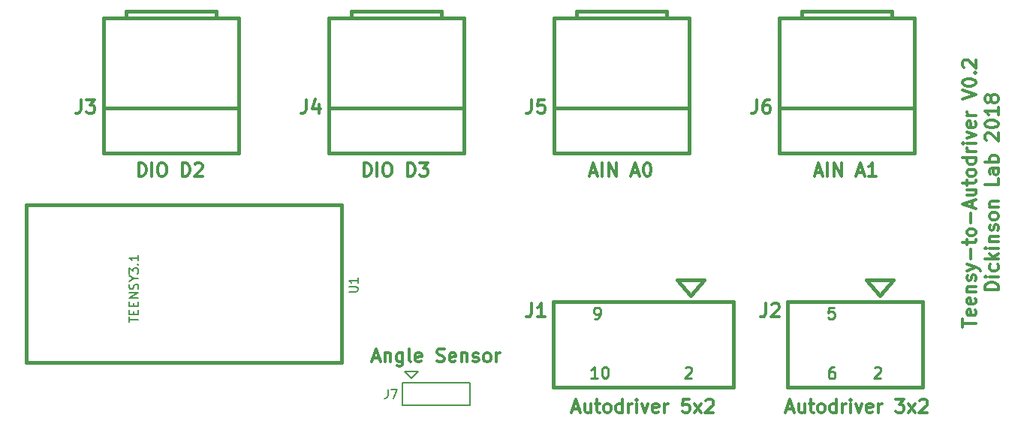
<source format=gbr>
G04 #@! TF.FileFunction,Legend,Top*
%FSLAX46Y46*%
G04 Gerber Fmt 4.6, Leading zero omitted, Abs format (unit mm)*
G04 Created by KiCad (PCBNEW 4.0.7-e2-6376~58~ubuntu16.04.1) date Wed Jan 17 11:07:31 2018*
%MOMM*%
%LPD*%
G01*
G04 APERTURE LIST*
%ADD10C,0.100000*%
%ADD11C,0.300000*%
%ADD12C,0.200000*%
%ADD13C,0.381000*%
%ADD14C,0.203200*%
%ADD15C,0.304800*%
%ADD16C,0.254000*%
%ADD17C,0.150000*%
G04 APERTURE END LIST*
D10*
D11*
X92714858Y-94230000D02*
X93429144Y-94230000D01*
X92572001Y-94658571D02*
X93072001Y-93158571D01*
X93572001Y-94658571D01*
X94072001Y-93658571D02*
X94072001Y-94658571D01*
X94072001Y-93801429D02*
X94143429Y-93730000D01*
X94286287Y-93658571D01*
X94500572Y-93658571D01*
X94643429Y-93730000D01*
X94714858Y-93872857D01*
X94714858Y-94658571D01*
X96072001Y-93658571D02*
X96072001Y-94872857D01*
X96000572Y-95015714D01*
X95929144Y-95087143D01*
X95786287Y-95158571D01*
X95572001Y-95158571D01*
X95429144Y-95087143D01*
X96072001Y-94587143D02*
X95929144Y-94658571D01*
X95643430Y-94658571D01*
X95500572Y-94587143D01*
X95429144Y-94515714D01*
X95357715Y-94372857D01*
X95357715Y-93944286D01*
X95429144Y-93801429D01*
X95500572Y-93730000D01*
X95643430Y-93658571D01*
X95929144Y-93658571D01*
X96072001Y-93730000D01*
X97000573Y-94658571D02*
X96857715Y-94587143D01*
X96786287Y-94444286D01*
X96786287Y-93158571D01*
X98143429Y-94587143D02*
X98000572Y-94658571D01*
X97714858Y-94658571D01*
X97572001Y-94587143D01*
X97500572Y-94444286D01*
X97500572Y-93872857D01*
X97572001Y-93730000D01*
X97714858Y-93658571D01*
X98000572Y-93658571D01*
X98143429Y-93730000D01*
X98214858Y-93872857D01*
X98214858Y-94015714D01*
X97500572Y-94158571D01*
X99929143Y-94587143D02*
X100143429Y-94658571D01*
X100500572Y-94658571D01*
X100643429Y-94587143D01*
X100714858Y-94515714D01*
X100786286Y-94372857D01*
X100786286Y-94230000D01*
X100714858Y-94087143D01*
X100643429Y-94015714D01*
X100500572Y-93944286D01*
X100214858Y-93872857D01*
X100072000Y-93801429D01*
X100000572Y-93730000D01*
X99929143Y-93587143D01*
X99929143Y-93444286D01*
X100000572Y-93301429D01*
X100072000Y-93230000D01*
X100214858Y-93158571D01*
X100572000Y-93158571D01*
X100786286Y-93230000D01*
X102000571Y-94587143D02*
X101857714Y-94658571D01*
X101572000Y-94658571D01*
X101429143Y-94587143D01*
X101357714Y-94444286D01*
X101357714Y-93872857D01*
X101429143Y-93730000D01*
X101572000Y-93658571D01*
X101857714Y-93658571D01*
X102000571Y-93730000D01*
X102072000Y-93872857D01*
X102072000Y-94015714D01*
X101357714Y-94158571D01*
X102714857Y-93658571D02*
X102714857Y-94658571D01*
X102714857Y-93801429D02*
X102786285Y-93730000D01*
X102929143Y-93658571D01*
X103143428Y-93658571D01*
X103286285Y-93730000D01*
X103357714Y-93872857D01*
X103357714Y-94658571D01*
X104000571Y-94587143D02*
X104143428Y-94658571D01*
X104429143Y-94658571D01*
X104572000Y-94587143D01*
X104643428Y-94444286D01*
X104643428Y-94372857D01*
X104572000Y-94230000D01*
X104429143Y-94158571D01*
X104214857Y-94158571D01*
X104072000Y-94087143D01*
X104000571Y-93944286D01*
X104000571Y-93872857D01*
X104072000Y-93730000D01*
X104214857Y-93658571D01*
X104429143Y-93658571D01*
X104572000Y-93730000D01*
X105500572Y-94658571D02*
X105357714Y-94587143D01*
X105286286Y-94515714D01*
X105214857Y-94372857D01*
X105214857Y-93944286D01*
X105286286Y-93801429D01*
X105357714Y-93730000D01*
X105500572Y-93658571D01*
X105714857Y-93658571D01*
X105857714Y-93730000D01*
X105929143Y-93801429D01*
X106000572Y-93944286D01*
X106000572Y-94372857D01*
X105929143Y-94515714D01*
X105857714Y-94587143D01*
X105714857Y-94658571D01*
X105500572Y-94658571D01*
X106643429Y-94658571D02*
X106643429Y-93658571D01*
X106643429Y-93944286D02*
X106714857Y-93801429D01*
X106786286Y-93730000D01*
X106929143Y-93658571D01*
X107072000Y-93658571D01*
D12*
X97790000Y-95758000D02*
X96266000Y-95758000D01*
X97028000Y-96520000D02*
X97790000Y-95758000D01*
X97028000Y-96520000D02*
X96266000Y-95758000D01*
D11*
X142621429Y-73275000D02*
X143335715Y-73275000D01*
X142478572Y-73703571D02*
X142978572Y-72203571D01*
X143478572Y-73703571D01*
X143978572Y-73703571D02*
X143978572Y-72203571D01*
X144692858Y-73703571D02*
X144692858Y-72203571D01*
X145550001Y-73703571D01*
X145550001Y-72203571D01*
X147335715Y-73275000D02*
X148050001Y-73275000D01*
X147192858Y-73703571D02*
X147692858Y-72203571D01*
X148192858Y-73703571D01*
X149478572Y-73703571D02*
X148621429Y-73703571D01*
X149050001Y-73703571D02*
X149050001Y-72203571D01*
X148907144Y-72417857D01*
X148764286Y-72560714D01*
X148621429Y-72632143D01*
X117221429Y-73275000D02*
X117935715Y-73275000D01*
X117078572Y-73703571D02*
X117578572Y-72203571D01*
X118078572Y-73703571D01*
X118578572Y-73703571D02*
X118578572Y-72203571D01*
X119292858Y-73703571D02*
X119292858Y-72203571D01*
X120150001Y-73703571D01*
X120150001Y-72203571D01*
X121935715Y-73275000D02*
X122650001Y-73275000D01*
X121792858Y-73703571D02*
X122292858Y-72203571D01*
X122792858Y-73703571D01*
X123578572Y-72203571D02*
X123721429Y-72203571D01*
X123864286Y-72275000D01*
X123935715Y-72346429D01*
X124007144Y-72489286D01*
X124078572Y-72775000D01*
X124078572Y-73132143D01*
X124007144Y-73417857D01*
X123935715Y-73560714D01*
X123864286Y-73632143D01*
X123721429Y-73703571D01*
X123578572Y-73703571D01*
X123435715Y-73632143D01*
X123364286Y-73560714D01*
X123292858Y-73417857D01*
X123221429Y-73132143D01*
X123221429Y-72775000D01*
X123292858Y-72489286D01*
X123364286Y-72346429D01*
X123435715Y-72275000D01*
X123578572Y-72203571D01*
X91678572Y-73703571D02*
X91678572Y-72203571D01*
X92035715Y-72203571D01*
X92250000Y-72275000D01*
X92392858Y-72417857D01*
X92464286Y-72560714D01*
X92535715Y-72846429D01*
X92535715Y-73060714D01*
X92464286Y-73346429D01*
X92392858Y-73489286D01*
X92250000Y-73632143D01*
X92035715Y-73703571D01*
X91678572Y-73703571D01*
X93178572Y-73703571D02*
X93178572Y-72203571D01*
X94178572Y-72203571D02*
X94464286Y-72203571D01*
X94607144Y-72275000D01*
X94750001Y-72417857D01*
X94821429Y-72703571D01*
X94821429Y-73203571D01*
X94750001Y-73489286D01*
X94607144Y-73632143D01*
X94464286Y-73703571D01*
X94178572Y-73703571D01*
X94035715Y-73632143D01*
X93892858Y-73489286D01*
X93821429Y-73203571D01*
X93821429Y-72703571D01*
X93892858Y-72417857D01*
X94035715Y-72275000D01*
X94178572Y-72203571D01*
X96607144Y-73703571D02*
X96607144Y-72203571D01*
X96964287Y-72203571D01*
X97178572Y-72275000D01*
X97321430Y-72417857D01*
X97392858Y-72560714D01*
X97464287Y-72846429D01*
X97464287Y-73060714D01*
X97392858Y-73346429D01*
X97321430Y-73489286D01*
X97178572Y-73632143D01*
X96964287Y-73703571D01*
X96607144Y-73703571D01*
X97964287Y-72203571D02*
X98892858Y-72203571D01*
X98392858Y-72775000D01*
X98607144Y-72775000D01*
X98750001Y-72846429D01*
X98821430Y-72917857D01*
X98892858Y-73060714D01*
X98892858Y-73417857D01*
X98821430Y-73560714D01*
X98750001Y-73632143D01*
X98607144Y-73703571D01*
X98178572Y-73703571D01*
X98035715Y-73632143D01*
X97964287Y-73560714D01*
X66278572Y-73703571D02*
X66278572Y-72203571D01*
X66635715Y-72203571D01*
X66850000Y-72275000D01*
X66992858Y-72417857D01*
X67064286Y-72560714D01*
X67135715Y-72846429D01*
X67135715Y-73060714D01*
X67064286Y-73346429D01*
X66992858Y-73489286D01*
X66850000Y-73632143D01*
X66635715Y-73703571D01*
X66278572Y-73703571D01*
X67778572Y-73703571D02*
X67778572Y-72203571D01*
X68778572Y-72203571D02*
X69064286Y-72203571D01*
X69207144Y-72275000D01*
X69350001Y-72417857D01*
X69421429Y-72703571D01*
X69421429Y-73203571D01*
X69350001Y-73489286D01*
X69207144Y-73632143D01*
X69064286Y-73703571D01*
X68778572Y-73703571D01*
X68635715Y-73632143D01*
X68492858Y-73489286D01*
X68421429Y-73203571D01*
X68421429Y-72703571D01*
X68492858Y-72417857D01*
X68635715Y-72275000D01*
X68778572Y-72203571D01*
X71207144Y-73703571D02*
X71207144Y-72203571D01*
X71564287Y-72203571D01*
X71778572Y-72275000D01*
X71921430Y-72417857D01*
X71992858Y-72560714D01*
X72064287Y-72846429D01*
X72064287Y-73060714D01*
X71992858Y-73346429D01*
X71921430Y-73489286D01*
X71778572Y-73632143D01*
X71564287Y-73703571D01*
X71207144Y-73703571D01*
X72635715Y-72346429D02*
X72707144Y-72275000D01*
X72850001Y-72203571D01*
X73207144Y-72203571D01*
X73350001Y-72275000D01*
X73421430Y-72346429D01*
X73492858Y-72489286D01*
X73492858Y-72632143D01*
X73421430Y-72846429D01*
X72564287Y-73703571D01*
X73492858Y-73703571D01*
X139391429Y-99945000D02*
X140105715Y-99945000D01*
X139248572Y-100373571D02*
X139748572Y-98873571D01*
X140248572Y-100373571D01*
X141391429Y-99373571D02*
X141391429Y-100373571D01*
X140748572Y-99373571D02*
X140748572Y-100159286D01*
X140820000Y-100302143D01*
X140962858Y-100373571D01*
X141177143Y-100373571D01*
X141320000Y-100302143D01*
X141391429Y-100230714D01*
X141891429Y-99373571D02*
X142462858Y-99373571D01*
X142105715Y-98873571D02*
X142105715Y-100159286D01*
X142177143Y-100302143D01*
X142320001Y-100373571D01*
X142462858Y-100373571D01*
X143177144Y-100373571D02*
X143034286Y-100302143D01*
X142962858Y-100230714D01*
X142891429Y-100087857D01*
X142891429Y-99659286D01*
X142962858Y-99516429D01*
X143034286Y-99445000D01*
X143177144Y-99373571D01*
X143391429Y-99373571D01*
X143534286Y-99445000D01*
X143605715Y-99516429D01*
X143677144Y-99659286D01*
X143677144Y-100087857D01*
X143605715Y-100230714D01*
X143534286Y-100302143D01*
X143391429Y-100373571D01*
X143177144Y-100373571D01*
X144962858Y-100373571D02*
X144962858Y-98873571D01*
X144962858Y-100302143D02*
X144820001Y-100373571D01*
X144534287Y-100373571D01*
X144391429Y-100302143D01*
X144320001Y-100230714D01*
X144248572Y-100087857D01*
X144248572Y-99659286D01*
X144320001Y-99516429D01*
X144391429Y-99445000D01*
X144534287Y-99373571D01*
X144820001Y-99373571D01*
X144962858Y-99445000D01*
X145677144Y-100373571D02*
X145677144Y-99373571D01*
X145677144Y-99659286D02*
X145748572Y-99516429D01*
X145820001Y-99445000D01*
X145962858Y-99373571D01*
X146105715Y-99373571D01*
X146605715Y-100373571D02*
X146605715Y-99373571D01*
X146605715Y-98873571D02*
X146534286Y-98945000D01*
X146605715Y-99016429D01*
X146677143Y-98945000D01*
X146605715Y-98873571D01*
X146605715Y-99016429D01*
X147177144Y-99373571D02*
X147534287Y-100373571D01*
X147891429Y-99373571D01*
X149034286Y-100302143D02*
X148891429Y-100373571D01*
X148605715Y-100373571D01*
X148462858Y-100302143D01*
X148391429Y-100159286D01*
X148391429Y-99587857D01*
X148462858Y-99445000D01*
X148605715Y-99373571D01*
X148891429Y-99373571D01*
X149034286Y-99445000D01*
X149105715Y-99587857D01*
X149105715Y-99730714D01*
X148391429Y-99873571D01*
X149748572Y-100373571D02*
X149748572Y-99373571D01*
X149748572Y-99659286D02*
X149820000Y-99516429D01*
X149891429Y-99445000D01*
X150034286Y-99373571D01*
X150177143Y-99373571D01*
X151677143Y-98873571D02*
X152605714Y-98873571D01*
X152105714Y-99445000D01*
X152320000Y-99445000D01*
X152462857Y-99516429D01*
X152534286Y-99587857D01*
X152605714Y-99730714D01*
X152605714Y-100087857D01*
X152534286Y-100230714D01*
X152462857Y-100302143D01*
X152320000Y-100373571D01*
X151891428Y-100373571D01*
X151748571Y-100302143D01*
X151677143Y-100230714D01*
X153105714Y-100373571D02*
X153891428Y-99373571D01*
X153105714Y-99373571D02*
X153891428Y-100373571D01*
X154391428Y-99016429D02*
X154462857Y-98945000D01*
X154605714Y-98873571D01*
X154962857Y-98873571D01*
X155105714Y-98945000D01*
X155177143Y-99016429D01*
X155248571Y-99159286D01*
X155248571Y-99302143D01*
X155177143Y-99516429D01*
X154320000Y-100373571D01*
X155248571Y-100373571D01*
X115261429Y-99945000D02*
X115975715Y-99945000D01*
X115118572Y-100373571D02*
X115618572Y-98873571D01*
X116118572Y-100373571D01*
X117261429Y-99373571D02*
X117261429Y-100373571D01*
X116618572Y-99373571D02*
X116618572Y-100159286D01*
X116690000Y-100302143D01*
X116832858Y-100373571D01*
X117047143Y-100373571D01*
X117190000Y-100302143D01*
X117261429Y-100230714D01*
X117761429Y-99373571D02*
X118332858Y-99373571D01*
X117975715Y-98873571D02*
X117975715Y-100159286D01*
X118047143Y-100302143D01*
X118190001Y-100373571D01*
X118332858Y-100373571D01*
X119047144Y-100373571D02*
X118904286Y-100302143D01*
X118832858Y-100230714D01*
X118761429Y-100087857D01*
X118761429Y-99659286D01*
X118832858Y-99516429D01*
X118904286Y-99445000D01*
X119047144Y-99373571D01*
X119261429Y-99373571D01*
X119404286Y-99445000D01*
X119475715Y-99516429D01*
X119547144Y-99659286D01*
X119547144Y-100087857D01*
X119475715Y-100230714D01*
X119404286Y-100302143D01*
X119261429Y-100373571D01*
X119047144Y-100373571D01*
X120832858Y-100373571D02*
X120832858Y-98873571D01*
X120832858Y-100302143D02*
X120690001Y-100373571D01*
X120404287Y-100373571D01*
X120261429Y-100302143D01*
X120190001Y-100230714D01*
X120118572Y-100087857D01*
X120118572Y-99659286D01*
X120190001Y-99516429D01*
X120261429Y-99445000D01*
X120404287Y-99373571D01*
X120690001Y-99373571D01*
X120832858Y-99445000D01*
X121547144Y-100373571D02*
X121547144Y-99373571D01*
X121547144Y-99659286D02*
X121618572Y-99516429D01*
X121690001Y-99445000D01*
X121832858Y-99373571D01*
X121975715Y-99373571D01*
X122475715Y-100373571D02*
X122475715Y-99373571D01*
X122475715Y-98873571D02*
X122404286Y-98945000D01*
X122475715Y-99016429D01*
X122547143Y-98945000D01*
X122475715Y-98873571D01*
X122475715Y-99016429D01*
X123047144Y-99373571D02*
X123404287Y-100373571D01*
X123761429Y-99373571D01*
X124904286Y-100302143D02*
X124761429Y-100373571D01*
X124475715Y-100373571D01*
X124332858Y-100302143D01*
X124261429Y-100159286D01*
X124261429Y-99587857D01*
X124332858Y-99445000D01*
X124475715Y-99373571D01*
X124761429Y-99373571D01*
X124904286Y-99445000D01*
X124975715Y-99587857D01*
X124975715Y-99730714D01*
X124261429Y-99873571D01*
X125618572Y-100373571D02*
X125618572Y-99373571D01*
X125618572Y-99659286D02*
X125690000Y-99516429D01*
X125761429Y-99445000D01*
X125904286Y-99373571D01*
X126047143Y-99373571D01*
X128404286Y-98873571D02*
X127690000Y-98873571D01*
X127618571Y-99587857D01*
X127690000Y-99516429D01*
X127832857Y-99445000D01*
X128190000Y-99445000D01*
X128332857Y-99516429D01*
X128404286Y-99587857D01*
X128475714Y-99730714D01*
X128475714Y-100087857D01*
X128404286Y-100230714D01*
X128332857Y-100302143D01*
X128190000Y-100373571D01*
X127832857Y-100373571D01*
X127690000Y-100302143D01*
X127618571Y-100230714D01*
X128975714Y-100373571D02*
X129761428Y-99373571D01*
X128975714Y-99373571D02*
X129761428Y-100373571D01*
X130261428Y-99016429D02*
X130332857Y-98945000D01*
X130475714Y-98873571D01*
X130832857Y-98873571D01*
X130975714Y-98945000D01*
X131047143Y-99016429D01*
X131118571Y-99159286D01*
X131118571Y-99302143D01*
X131047143Y-99516429D01*
X130190000Y-100373571D01*
X131118571Y-100373571D01*
X159193571Y-90707856D02*
X159193571Y-89850713D01*
X160693571Y-90279284D02*
X159193571Y-90279284D01*
X160622143Y-88779285D02*
X160693571Y-88922142D01*
X160693571Y-89207856D01*
X160622143Y-89350713D01*
X160479286Y-89422142D01*
X159907857Y-89422142D01*
X159765000Y-89350713D01*
X159693571Y-89207856D01*
X159693571Y-88922142D01*
X159765000Y-88779285D01*
X159907857Y-88707856D01*
X160050714Y-88707856D01*
X160193571Y-89422142D01*
X160622143Y-87493571D02*
X160693571Y-87636428D01*
X160693571Y-87922142D01*
X160622143Y-88064999D01*
X160479286Y-88136428D01*
X159907857Y-88136428D01*
X159765000Y-88064999D01*
X159693571Y-87922142D01*
X159693571Y-87636428D01*
X159765000Y-87493571D01*
X159907857Y-87422142D01*
X160050714Y-87422142D01*
X160193571Y-88136428D01*
X159693571Y-86779285D02*
X160693571Y-86779285D01*
X159836429Y-86779285D02*
X159765000Y-86707857D01*
X159693571Y-86564999D01*
X159693571Y-86350714D01*
X159765000Y-86207857D01*
X159907857Y-86136428D01*
X160693571Y-86136428D01*
X160622143Y-85493571D02*
X160693571Y-85350714D01*
X160693571Y-85064999D01*
X160622143Y-84922142D01*
X160479286Y-84850714D01*
X160407857Y-84850714D01*
X160265000Y-84922142D01*
X160193571Y-85064999D01*
X160193571Y-85279285D01*
X160122143Y-85422142D01*
X159979286Y-85493571D01*
X159907857Y-85493571D01*
X159765000Y-85422142D01*
X159693571Y-85279285D01*
X159693571Y-85064999D01*
X159765000Y-84922142D01*
X159693571Y-84350713D02*
X160693571Y-83993570D01*
X159693571Y-83636428D02*
X160693571Y-83993570D01*
X161050714Y-84136428D01*
X161122143Y-84207856D01*
X161193571Y-84350713D01*
X160122143Y-83064999D02*
X160122143Y-81922142D01*
X159693571Y-81422142D02*
X159693571Y-80850713D01*
X159193571Y-81207856D02*
X160479286Y-81207856D01*
X160622143Y-81136428D01*
X160693571Y-80993570D01*
X160693571Y-80850713D01*
X160693571Y-80136427D02*
X160622143Y-80279285D01*
X160550714Y-80350713D01*
X160407857Y-80422142D01*
X159979286Y-80422142D01*
X159836429Y-80350713D01*
X159765000Y-80279285D01*
X159693571Y-80136427D01*
X159693571Y-79922142D01*
X159765000Y-79779285D01*
X159836429Y-79707856D01*
X159979286Y-79636427D01*
X160407857Y-79636427D01*
X160550714Y-79707856D01*
X160622143Y-79779285D01*
X160693571Y-79922142D01*
X160693571Y-80136427D01*
X160122143Y-78993570D02*
X160122143Y-77850713D01*
X160265000Y-77207856D02*
X160265000Y-76493570D01*
X160693571Y-77350713D02*
X159193571Y-76850713D01*
X160693571Y-76350713D01*
X159693571Y-75207856D02*
X160693571Y-75207856D01*
X159693571Y-75850713D02*
X160479286Y-75850713D01*
X160622143Y-75779285D01*
X160693571Y-75636427D01*
X160693571Y-75422142D01*
X160622143Y-75279285D01*
X160550714Y-75207856D01*
X159693571Y-74707856D02*
X159693571Y-74136427D01*
X159193571Y-74493570D02*
X160479286Y-74493570D01*
X160622143Y-74422142D01*
X160693571Y-74279284D01*
X160693571Y-74136427D01*
X160693571Y-73422141D02*
X160622143Y-73564999D01*
X160550714Y-73636427D01*
X160407857Y-73707856D01*
X159979286Y-73707856D01*
X159836429Y-73636427D01*
X159765000Y-73564999D01*
X159693571Y-73422141D01*
X159693571Y-73207856D01*
X159765000Y-73064999D01*
X159836429Y-72993570D01*
X159979286Y-72922141D01*
X160407857Y-72922141D01*
X160550714Y-72993570D01*
X160622143Y-73064999D01*
X160693571Y-73207856D01*
X160693571Y-73422141D01*
X160693571Y-71636427D02*
X159193571Y-71636427D01*
X160622143Y-71636427D02*
X160693571Y-71779284D01*
X160693571Y-72064998D01*
X160622143Y-72207856D01*
X160550714Y-72279284D01*
X160407857Y-72350713D01*
X159979286Y-72350713D01*
X159836429Y-72279284D01*
X159765000Y-72207856D01*
X159693571Y-72064998D01*
X159693571Y-71779284D01*
X159765000Y-71636427D01*
X160693571Y-70922141D02*
X159693571Y-70922141D01*
X159979286Y-70922141D02*
X159836429Y-70850713D01*
X159765000Y-70779284D01*
X159693571Y-70636427D01*
X159693571Y-70493570D01*
X160693571Y-69993570D02*
X159693571Y-69993570D01*
X159193571Y-69993570D02*
X159265000Y-70064999D01*
X159336429Y-69993570D01*
X159265000Y-69922142D01*
X159193571Y-69993570D01*
X159336429Y-69993570D01*
X159693571Y-69422141D02*
X160693571Y-69064998D01*
X159693571Y-68707856D01*
X160622143Y-67564999D02*
X160693571Y-67707856D01*
X160693571Y-67993570D01*
X160622143Y-68136427D01*
X160479286Y-68207856D01*
X159907857Y-68207856D01*
X159765000Y-68136427D01*
X159693571Y-67993570D01*
X159693571Y-67707856D01*
X159765000Y-67564999D01*
X159907857Y-67493570D01*
X160050714Y-67493570D01*
X160193571Y-68207856D01*
X160693571Y-66850713D02*
X159693571Y-66850713D01*
X159979286Y-66850713D02*
X159836429Y-66779285D01*
X159765000Y-66707856D01*
X159693571Y-66564999D01*
X159693571Y-66422142D01*
X159193571Y-64993571D02*
X160693571Y-64493571D01*
X159193571Y-63993571D01*
X159193571Y-63207857D02*
X159193571Y-63065000D01*
X159265000Y-62922143D01*
X159336429Y-62850714D01*
X159479286Y-62779285D01*
X159765000Y-62707857D01*
X160122143Y-62707857D01*
X160407857Y-62779285D01*
X160550714Y-62850714D01*
X160622143Y-62922143D01*
X160693571Y-63065000D01*
X160693571Y-63207857D01*
X160622143Y-63350714D01*
X160550714Y-63422143D01*
X160407857Y-63493571D01*
X160122143Y-63565000D01*
X159765000Y-63565000D01*
X159479286Y-63493571D01*
X159336429Y-63422143D01*
X159265000Y-63350714D01*
X159193571Y-63207857D01*
X160550714Y-62065000D02*
X160622143Y-61993572D01*
X160693571Y-62065000D01*
X160622143Y-62136429D01*
X160550714Y-62065000D01*
X160693571Y-62065000D01*
X159336429Y-61422143D02*
X159265000Y-61350714D01*
X159193571Y-61207857D01*
X159193571Y-60850714D01*
X159265000Y-60707857D01*
X159336429Y-60636428D01*
X159479286Y-60565000D01*
X159622143Y-60565000D01*
X159836429Y-60636428D01*
X160693571Y-61493571D01*
X160693571Y-60565000D01*
X163243571Y-86529285D02*
X161743571Y-86529285D01*
X161743571Y-86172142D01*
X161815000Y-85957857D01*
X161957857Y-85814999D01*
X162100714Y-85743571D01*
X162386429Y-85672142D01*
X162600714Y-85672142D01*
X162886429Y-85743571D01*
X163029286Y-85814999D01*
X163172143Y-85957857D01*
X163243571Y-86172142D01*
X163243571Y-86529285D01*
X163243571Y-85029285D02*
X162243571Y-85029285D01*
X161743571Y-85029285D02*
X161815000Y-85100714D01*
X161886429Y-85029285D01*
X161815000Y-84957857D01*
X161743571Y-85029285D01*
X161886429Y-85029285D01*
X163172143Y-83672142D02*
X163243571Y-83814999D01*
X163243571Y-84100713D01*
X163172143Y-84243571D01*
X163100714Y-84314999D01*
X162957857Y-84386428D01*
X162529286Y-84386428D01*
X162386429Y-84314999D01*
X162315000Y-84243571D01*
X162243571Y-84100713D01*
X162243571Y-83814999D01*
X162315000Y-83672142D01*
X163243571Y-83029285D02*
X161743571Y-83029285D01*
X162672143Y-82886428D02*
X163243571Y-82457857D01*
X162243571Y-82457857D02*
X162815000Y-83029285D01*
X163243571Y-81814999D02*
X162243571Y-81814999D01*
X161743571Y-81814999D02*
X161815000Y-81886428D01*
X161886429Y-81814999D01*
X161815000Y-81743571D01*
X161743571Y-81814999D01*
X161886429Y-81814999D01*
X162243571Y-81100713D02*
X163243571Y-81100713D01*
X162386429Y-81100713D02*
X162315000Y-81029285D01*
X162243571Y-80886427D01*
X162243571Y-80672142D01*
X162315000Y-80529285D01*
X162457857Y-80457856D01*
X163243571Y-80457856D01*
X163172143Y-79814999D02*
X163243571Y-79672142D01*
X163243571Y-79386427D01*
X163172143Y-79243570D01*
X163029286Y-79172142D01*
X162957857Y-79172142D01*
X162815000Y-79243570D01*
X162743571Y-79386427D01*
X162743571Y-79600713D01*
X162672143Y-79743570D01*
X162529286Y-79814999D01*
X162457857Y-79814999D01*
X162315000Y-79743570D01*
X162243571Y-79600713D01*
X162243571Y-79386427D01*
X162315000Y-79243570D01*
X163243571Y-78314998D02*
X163172143Y-78457856D01*
X163100714Y-78529284D01*
X162957857Y-78600713D01*
X162529286Y-78600713D01*
X162386429Y-78529284D01*
X162315000Y-78457856D01*
X162243571Y-78314998D01*
X162243571Y-78100713D01*
X162315000Y-77957856D01*
X162386429Y-77886427D01*
X162529286Y-77814998D01*
X162957857Y-77814998D01*
X163100714Y-77886427D01*
X163172143Y-77957856D01*
X163243571Y-78100713D01*
X163243571Y-78314998D01*
X162243571Y-77172141D02*
X163243571Y-77172141D01*
X162386429Y-77172141D02*
X162315000Y-77100713D01*
X162243571Y-76957855D01*
X162243571Y-76743570D01*
X162315000Y-76600713D01*
X162457857Y-76529284D01*
X163243571Y-76529284D01*
X163243571Y-73957855D02*
X163243571Y-74672141D01*
X161743571Y-74672141D01*
X163243571Y-72814998D02*
X162457857Y-72814998D01*
X162315000Y-72886427D01*
X162243571Y-73029284D01*
X162243571Y-73314998D01*
X162315000Y-73457855D01*
X163172143Y-72814998D02*
X163243571Y-72957855D01*
X163243571Y-73314998D01*
X163172143Y-73457855D01*
X163029286Y-73529284D01*
X162886429Y-73529284D01*
X162743571Y-73457855D01*
X162672143Y-73314998D01*
X162672143Y-72957855D01*
X162600714Y-72814998D01*
X163243571Y-72100712D02*
X161743571Y-72100712D01*
X162315000Y-72100712D02*
X162243571Y-71957855D01*
X162243571Y-71672141D01*
X162315000Y-71529284D01*
X162386429Y-71457855D01*
X162529286Y-71386426D01*
X162957857Y-71386426D01*
X163100714Y-71457855D01*
X163172143Y-71529284D01*
X163243571Y-71672141D01*
X163243571Y-71957855D01*
X163172143Y-72100712D01*
X161886429Y-69672141D02*
X161815000Y-69600712D01*
X161743571Y-69457855D01*
X161743571Y-69100712D01*
X161815000Y-68957855D01*
X161886429Y-68886426D01*
X162029286Y-68814998D01*
X162172143Y-68814998D01*
X162386429Y-68886426D01*
X163243571Y-69743569D01*
X163243571Y-68814998D01*
X161743571Y-67886427D02*
X161743571Y-67743570D01*
X161815000Y-67600713D01*
X161886429Y-67529284D01*
X162029286Y-67457855D01*
X162315000Y-67386427D01*
X162672143Y-67386427D01*
X162957857Y-67457855D01*
X163100714Y-67529284D01*
X163172143Y-67600713D01*
X163243571Y-67743570D01*
X163243571Y-67886427D01*
X163172143Y-68029284D01*
X163100714Y-68100713D01*
X162957857Y-68172141D01*
X162672143Y-68243570D01*
X162315000Y-68243570D01*
X162029286Y-68172141D01*
X161886429Y-68100713D01*
X161815000Y-68029284D01*
X161743571Y-67886427D01*
X163243571Y-65957856D02*
X163243571Y-66814999D01*
X163243571Y-66386427D02*
X161743571Y-66386427D01*
X161957857Y-66529284D01*
X162100714Y-66672142D01*
X162172143Y-66814999D01*
X162386429Y-65100713D02*
X162315000Y-65243571D01*
X162243571Y-65314999D01*
X162100714Y-65386428D01*
X162029286Y-65386428D01*
X161886429Y-65314999D01*
X161815000Y-65243571D01*
X161743571Y-65100713D01*
X161743571Y-64814999D01*
X161815000Y-64672142D01*
X161886429Y-64600713D01*
X162029286Y-64529285D01*
X162100714Y-64529285D01*
X162243571Y-64600713D01*
X162315000Y-64672142D01*
X162386429Y-64814999D01*
X162386429Y-65100713D01*
X162457857Y-65243571D01*
X162529286Y-65314999D01*
X162672143Y-65386428D01*
X162957857Y-65386428D01*
X163100714Y-65314999D01*
X163172143Y-65243571D01*
X163243571Y-65100713D01*
X163243571Y-64814999D01*
X163172143Y-64672142D01*
X163100714Y-64600713D01*
X162957857Y-64529285D01*
X162672143Y-64529285D01*
X162529286Y-64600713D01*
X162457857Y-64672142D01*
X162386429Y-64814999D01*
D13*
X133350000Y-97536000D02*
X113030000Y-97536000D01*
X113030000Y-97536000D02*
X113030000Y-87884000D01*
X113030000Y-87884000D02*
X133350000Y-87884000D01*
X133350000Y-87884000D02*
X133350000Y-97536000D01*
X130091180Y-85410040D02*
X127088900Y-85410040D01*
X128554480Y-87221060D02*
X130078480Y-85443060D01*
X127030480Y-85445600D02*
X128554480Y-87223600D01*
X154686000Y-87884000D02*
X139446000Y-87884000D01*
X154686000Y-97536000D02*
X139446000Y-97536000D01*
X139446000Y-97536000D02*
X139446000Y-87884000D01*
X154686000Y-87884000D02*
X154686000Y-97536000D01*
X151427180Y-85410040D02*
X148424900Y-85410040D01*
X149890480Y-87221060D02*
X151414480Y-85443060D01*
X148366480Y-85445600D02*
X149890480Y-87223600D01*
X77597000Y-55880000D02*
X77597000Y-71120000D01*
X62357000Y-55880000D02*
X62357000Y-71120000D01*
X64897000Y-55880000D02*
X64897000Y-55118000D01*
X64897000Y-55118000D02*
X75057000Y-55118000D01*
X75057000Y-55118000D02*
X75057000Y-55880000D01*
X62357000Y-66040000D02*
X77597000Y-66040000D01*
X62357000Y-55880000D02*
X77597000Y-55880000D01*
X62357000Y-71120000D02*
X77597000Y-71120000D01*
X102997000Y-55880000D02*
X102997000Y-71120000D01*
X87757000Y-55880000D02*
X87757000Y-71120000D01*
X90297000Y-55880000D02*
X90297000Y-55118000D01*
X90297000Y-55118000D02*
X100457000Y-55118000D01*
X100457000Y-55118000D02*
X100457000Y-55880000D01*
X87757000Y-66040000D02*
X102997000Y-66040000D01*
X87757000Y-55880000D02*
X102997000Y-55880000D01*
X87757000Y-71120000D02*
X102997000Y-71120000D01*
X128397000Y-55880000D02*
X128397000Y-71120000D01*
X113157000Y-55880000D02*
X113157000Y-71120000D01*
X115697000Y-55880000D02*
X115697000Y-55118000D01*
X115697000Y-55118000D02*
X125857000Y-55118000D01*
X125857000Y-55118000D02*
X125857000Y-55880000D01*
X113157000Y-66040000D02*
X128397000Y-66040000D01*
X113157000Y-55880000D02*
X128397000Y-55880000D01*
X113157000Y-71120000D02*
X128397000Y-71120000D01*
X153797000Y-55880000D02*
X153797000Y-71120000D01*
X138557000Y-55880000D02*
X138557000Y-71120000D01*
X141097000Y-55880000D02*
X141097000Y-55118000D01*
X141097000Y-55118000D02*
X151257000Y-55118000D01*
X151257000Y-55118000D02*
X151257000Y-55880000D01*
X138557000Y-66040000D02*
X153797000Y-66040000D01*
X138557000Y-55880000D02*
X153797000Y-55880000D01*
X138557000Y-71120000D02*
X153797000Y-71120000D01*
X53594000Y-94742000D02*
X89154000Y-94742000D01*
X89154000Y-94742000D02*
X89154000Y-76962000D01*
X89154000Y-76962000D02*
X53594000Y-76962000D01*
X53594000Y-76962000D02*
X53594000Y-94742000D01*
D14*
X96012000Y-97028000D02*
X96012000Y-99568000D01*
X96012000Y-99568000D02*
X103632000Y-99568000D01*
X103632000Y-99568000D02*
X103632000Y-97028000D01*
X103632000Y-97028000D02*
X96012000Y-97028000D01*
D15*
X110617000Y-88065429D02*
X110617000Y-89154000D01*
X110544428Y-89371714D01*
X110399285Y-89516857D01*
X110181571Y-89589429D01*
X110036428Y-89589429D01*
X112141000Y-89589429D02*
X111270143Y-89589429D01*
X111705571Y-89589429D02*
X111705571Y-88065429D01*
X111560428Y-88283143D01*
X111415286Y-88428286D01*
X111270143Y-88500857D01*
D16*
X118048435Y-96484924D02*
X117322721Y-96484924D01*
X117685578Y-96484924D02*
X117685578Y-95214924D01*
X117564626Y-95396352D01*
X117443673Y-95517305D01*
X117322721Y-95577781D01*
X118834626Y-95214924D02*
X118955578Y-95214924D01*
X119076530Y-95275400D01*
X119137007Y-95335876D01*
X119197483Y-95456829D01*
X119257959Y-95698733D01*
X119257959Y-96001114D01*
X119197483Y-96243019D01*
X119137007Y-96363971D01*
X119076530Y-96424448D01*
X118955578Y-96484924D01*
X118834626Y-96484924D01*
X118713673Y-96424448D01*
X118653197Y-96363971D01*
X118592721Y-96243019D01*
X118532245Y-96001114D01*
X118532245Y-95698733D01*
X118592721Y-95456829D01*
X118653197Y-95335876D01*
X118713673Y-95275400D01*
X118834626Y-95214924D01*
X117748715Y-89784404D02*
X117990620Y-89784404D01*
X118111572Y-89723928D01*
X118172048Y-89663451D01*
X118293001Y-89482023D01*
X118353477Y-89240118D01*
X118353477Y-88756309D01*
X118293001Y-88635356D01*
X118232525Y-88574880D01*
X118111572Y-88514404D01*
X117869668Y-88514404D01*
X117748715Y-88574880D01*
X117688239Y-88635356D01*
X117627763Y-88756309D01*
X117627763Y-89058690D01*
X117688239Y-89179642D01*
X117748715Y-89240118D01*
X117869668Y-89300594D01*
X118111572Y-89300594D01*
X118232525Y-89240118D01*
X118293001Y-89179642D01*
X118353477Y-89058690D01*
X127927463Y-95335876D02*
X127987939Y-95275400D01*
X128108891Y-95214924D01*
X128411272Y-95214924D01*
X128532225Y-95275400D01*
X128592701Y-95335876D01*
X128653177Y-95456829D01*
X128653177Y-95577781D01*
X128592701Y-95759210D01*
X127866987Y-96484924D01*
X128653177Y-96484924D01*
D15*
X137033000Y-88065429D02*
X137033000Y-89154000D01*
X136960428Y-89371714D01*
X136815285Y-89516857D01*
X136597571Y-89589429D01*
X136452428Y-89589429D01*
X137686143Y-88210571D02*
X137758714Y-88138000D01*
X137903857Y-88065429D01*
X138266714Y-88065429D01*
X138411857Y-88138000D01*
X138484428Y-88210571D01*
X138557000Y-88355714D01*
X138557000Y-88500857D01*
X138484428Y-88718571D01*
X137613571Y-89589429D01*
X138557000Y-89589429D01*
D16*
X144704405Y-95253024D02*
X144462500Y-95253024D01*
X144341548Y-95313500D01*
X144281071Y-95373976D01*
X144160119Y-95555405D01*
X144099643Y-95797310D01*
X144099643Y-96281119D01*
X144160119Y-96402071D01*
X144220595Y-96462548D01*
X144341548Y-96523024D01*
X144583452Y-96523024D01*
X144704405Y-96462548D01*
X144764881Y-96402071D01*
X144825357Y-96281119D01*
X144825357Y-95978738D01*
X144764881Y-95857786D01*
X144704405Y-95797310D01*
X144583452Y-95736833D01*
X144341548Y-95736833D01*
X144220595Y-95797310D01*
X144160119Y-95857786D01*
X144099643Y-95978738D01*
X144701381Y-88522024D02*
X144096619Y-88522024D01*
X144036143Y-89126786D01*
X144096619Y-89066310D01*
X144217571Y-89005833D01*
X144519952Y-89005833D01*
X144640905Y-89066310D01*
X144701381Y-89126786D01*
X144761857Y-89247738D01*
X144761857Y-89550119D01*
X144701381Y-89671071D01*
X144640905Y-89731548D01*
X144519952Y-89792024D01*
X144217571Y-89792024D01*
X144096619Y-89731548D01*
X144036143Y-89671071D01*
X149263463Y-95335876D02*
X149323939Y-95275400D01*
X149444891Y-95214924D01*
X149747272Y-95214924D01*
X149868225Y-95275400D01*
X149928701Y-95335876D01*
X149989177Y-95456829D01*
X149989177Y-95577781D01*
X149928701Y-95759210D01*
X149202987Y-96484924D01*
X149989177Y-96484924D01*
D15*
X59817000Y-65078429D02*
X59817000Y-66167000D01*
X59744428Y-66384714D01*
X59599285Y-66529857D01*
X59381571Y-66602429D01*
X59236428Y-66602429D01*
X60397571Y-65078429D02*
X61341000Y-65078429D01*
X60833000Y-65659000D01*
X61050714Y-65659000D01*
X61195857Y-65731571D01*
X61268428Y-65804143D01*
X61341000Y-65949286D01*
X61341000Y-66312143D01*
X61268428Y-66457286D01*
X61195857Y-66529857D01*
X61050714Y-66602429D01*
X60615286Y-66602429D01*
X60470143Y-66529857D01*
X60397571Y-66457286D01*
X85217000Y-65078429D02*
X85217000Y-66167000D01*
X85144428Y-66384714D01*
X84999285Y-66529857D01*
X84781571Y-66602429D01*
X84636428Y-66602429D01*
X86595857Y-65586429D02*
X86595857Y-66602429D01*
X86233000Y-65005857D02*
X85870143Y-66094429D01*
X86813571Y-66094429D01*
X110617000Y-65078429D02*
X110617000Y-66167000D01*
X110544428Y-66384714D01*
X110399285Y-66529857D01*
X110181571Y-66602429D01*
X110036428Y-66602429D01*
X112068428Y-65078429D02*
X111342714Y-65078429D01*
X111270143Y-65804143D01*
X111342714Y-65731571D01*
X111487857Y-65659000D01*
X111850714Y-65659000D01*
X111995857Y-65731571D01*
X112068428Y-65804143D01*
X112141000Y-65949286D01*
X112141000Y-66312143D01*
X112068428Y-66457286D01*
X111995857Y-66529857D01*
X111850714Y-66602429D01*
X111487857Y-66602429D01*
X111342714Y-66529857D01*
X111270143Y-66457286D01*
X136017000Y-65078429D02*
X136017000Y-66167000D01*
X135944428Y-66384714D01*
X135799285Y-66529857D01*
X135581571Y-66602429D01*
X135436428Y-66602429D01*
X137395857Y-65078429D02*
X137105571Y-65078429D01*
X136960428Y-65151000D01*
X136887857Y-65223571D01*
X136742714Y-65441286D01*
X136670143Y-65731571D01*
X136670143Y-66312143D01*
X136742714Y-66457286D01*
X136815286Y-66529857D01*
X136960428Y-66602429D01*
X137250714Y-66602429D01*
X137395857Y-66529857D01*
X137468428Y-66457286D01*
X137541000Y-66312143D01*
X137541000Y-65949286D01*
X137468428Y-65804143D01*
X137395857Y-65731571D01*
X137250714Y-65659000D01*
X136960428Y-65659000D01*
X136815286Y-65731571D01*
X136742714Y-65804143D01*
X136670143Y-65949286D01*
D17*
X90003381Y-86740905D02*
X90812905Y-86740905D01*
X90908143Y-86693286D01*
X90955762Y-86645667D01*
X91003381Y-86550429D01*
X91003381Y-86359952D01*
X90955762Y-86264714D01*
X90908143Y-86217095D01*
X90812905Y-86169476D01*
X90003381Y-86169476D01*
X91003381Y-85169476D02*
X91003381Y-85740905D01*
X91003381Y-85455191D02*
X90003381Y-85455191D01*
X90146238Y-85550429D01*
X90241476Y-85645667D01*
X90289095Y-85740905D01*
X65238381Y-90169524D02*
X65238381Y-89598095D01*
X66238381Y-89883810D02*
X65238381Y-89883810D01*
X65714571Y-89264762D02*
X65714571Y-88931428D01*
X66238381Y-88788571D02*
X66238381Y-89264762D01*
X65238381Y-89264762D01*
X65238381Y-88788571D01*
X65714571Y-88360000D02*
X65714571Y-88026666D01*
X66238381Y-87883809D02*
X66238381Y-88360000D01*
X65238381Y-88360000D01*
X65238381Y-87883809D01*
X66238381Y-87455238D02*
X65238381Y-87455238D01*
X66238381Y-86883809D01*
X65238381Y-86883809D01*
X66190762Y-86455238D02*
X66238381Y-86312381D01*
X66238381Y-86074285D01*
X66190762Y-85979047D01*
X66143143Y-85931428D01*
X66047905Y-85883809D01*
X65952667Y-85883809D01*
X65857429Y-85931428D01*
X65809810Y-85979047D01*
X65762190Y-86074285D01*
X65714571Y-86264762D01*
X65666952Y-86360000D01*
X65619333Y-86407619D01*
X65524095Y-86455238D01*
X65428857Y-86455238D01*
X65333619Y-86407619D01*
X65286000Y-86360000D01*
X65238381Y-86264762D01*
X65238381Y-86026666D01*
X65286000Y-85883809D01*
X65762190Y-85264762D02*
X66238381Y-85264762D01*
X65238381Y-85598095D02*
X65762190Y-85264762D01*
X65238381Y-84931428D01*
X65238381Y-84693333D02*
X65238381Y-84074285D01*
X65619333Y-84407619D01*
X65619333Y-84264761D01*
X65666952Y-84169523D01*
X65714571Y-84121904D01*
X65809810Y-84074285D01*
X66047905Y-84074285D01*
X66143143Y-84121904D01*
X66190762Y-84169523D01*
X66238381Y-84264761D01*
X66238381Y-84550476D01*
X66190762Y-84645714D01*
X66143143Y-84693333D01*
X66143143Y-83645714D02*
X66190762Y-83598095D01*
X66238381Y-83645714D01*
X66190762Y-83693333D01*
X66143143Y-83645714D01*
X66238381Y-83645714D01*
X66238381Y-82645714D02*
X66238381Y-83217143D01*
X66238381Y-82931429D02*
X65238381Y-82931429D01*
X65381238Y-83026667D01*
X65476476Y-83121905D01*
X65524095Y-83217143D01*
X94408667Y-97750381D02*
X94408667Y-98464667D01*
X94361047Y-98607524D01*
X94265809Y-98702762D01*
X94122952Y-98750381D01*
X94027714Y-98750381D01*
X94789619Y-97750381D02*
X95456286Y-97750381D01*
X95027714Y-98750381D01*
M02*

</source>
